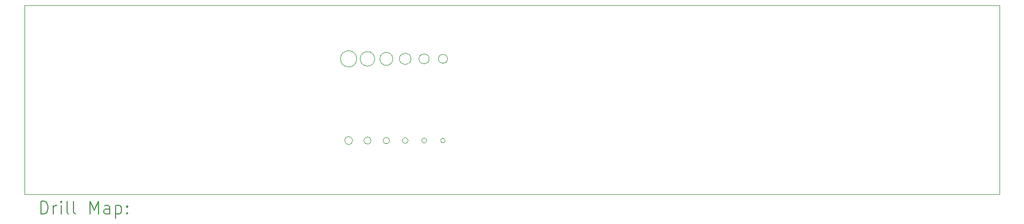
<source format=gbr>
%TF.GenerationSoftware,KiCad,Pcbnew,8.0.2*%
%TF.CreationDate,2024-06-03T00:30:22+01:00*%
%TF.ProjectId,Ruler_V2_KiCad,52756c65-725f-4563-925f-4b694361642e,rev?*%
%TF.SameCoordinates,Original*%
%TF.FileFunction,Drillmap*%
%TF.FilePolarity,Positive*%
%FSLAX45Y45*%
G04 Gerber Fmt 4.5, Leading zero omitted, Abs format (unit mm)*
G04 Created by KiCad (PCBNEW 8.0.2) date 2024-06-03 00:30:22*
%MOMM*%
%LPD*%
G01*
G04 APERTURE LIST*
%ADD10C,0.100000*%
%ADD11C,0.200000*%
G04 APERTURE END LIST*
D10*
X12714550Y-10650000D02*
G75*
G02*
X12585450Y-10650000I-64550J0D01*
G01*
X12585450Y-10650000D02*
G75*
G02*
X12714550Y-10650000I64550J0D01*
G01*
X14186150Y-10650000D02*
G75*
G02*
X14113850Y-10650000I-36150J0D01*
G01*
X14113850Y-10650000D02*
G75*
G02*
X14186150Y-10650000I36150J0D01*
G01*
X13641400Y-9350000D02*
G75*
G02*
X13458600Y-9350000I-91400J0D01*
G01*
X13458600Y-9350000D02*
G75*
G02*
X13641400Y-9350000I91400J0D01*
G01*
X14222500Y-9350000D02*
G75*
G02*
X14077500Y-9350000I-72500J0D01*
G01*
X14077500Y-9350000D02*
G75*
G02*
X14222500Y-9350000I72500J0D01*
G01*
X12779400Y-9350000D02*
G75*
G02*
X12520600Y-9350000I-129400J0D01*
G01*
X12520600Y-9350000D02*
G75*
G02*
X12779400Y-9350000I129400J0D01*
G01*
X7500000Y-8500000D02*
X23000000Y-8500000D01*
X23000000Y-11500000D01*
X7500000Y-11500000D01*
X7500000Y-8500000D01*
X13065250Y-9350000D02*
G75*
G02*
X12834750Y-9350000I-115250J0D01*
G01*
X12834750Y-9350000D02*
G75*
G02*
X13065250Y-9350000I115250J0D01*
G01*
X13890600Y-10650000D02*
G75*
G02*
X13809400Y-10650000I-40600J0D01*
G01*
X13809400Y-10650000D02*
G75*
G02*
X13890600Y-10650000I40600J0D01*
G01*
X13595600Y-10650000D02*
G75*
G02*
X13504400Y-10650000I-45600J0D01*
G01*
X13504400Y-10650000D02*
G75*
G02*
X13595600Y-10650000I45600J0D01*
G01*
X13007500Y-10650000D02*
G75*
G02*
X12892500Y-10650000I-57500J0D01*
G01*
X12892500Y-10650000D02*
G75*
G02*
X13007500Y-10650000I57500J0D01*
G01*
X13352650Y-9350000D02*
G75*
G02*
X13147350Y-9350000I-102650J0D01*
G01*
X13147350Y-9350000D02*
G75*
G02*
X13352650Y-9350000I102650J0D01*
G01*
X13931400Y-9350000D02*
G75*
G02*
X13768600Y-9350000I-81400J0D01*
G01*
X13768600Y-9350000D02*
G75*
G02*
X13931400Y-9350000I81400J0D01*
G01*
X13301200Y-10650000D02*
G75*
G02*
X13198800Y-10650000I-51200J0D01*
G01*
X13198800Y-10650000D02*
G75*
G02*
X13301200Y-10650000I51200J0D01*
G01*
D11*
X7755777Y-11816484D02*
X7755777Y-11616484D01*
X7755777Y-11616484D02*
X7803396Y-11616484D01*
X7803396Y-11616484D02*
X7831967Y-11626008D01*
X7831967Y-11626008D02*
X7851015Y-11645055D01*
X7851015Y-11645055D02*
X7860539Y-11664103D01*
X7860539Y-11664103D02*
X7870062Y-11702198D01*
X7870062Y-11702198D02*
X7870062Y-11730769D01*
X7870062Y-11730769D02*
X7860539Y-11768865D01*
X7860539Y-11768865D02*
X7851015Y-11787912D01*
X7851015Y-11787912D02*
X7831967Y-11806960D01*
X7831967Y-11806960D02*
X7803396Y-11816484D01*
X7803396Y-11816484D02*
X7755777Y-11816484D01*
X7955777Y-11816484D02*
X7955777Y-11683150D01*
X7955777Y-11721246D02*
X7965301Y-11702198D01*
X7965301Y-11702198D02*
X7974824Y-11692674D01*
X7974824Y-11692674D02*
X7993872Y-11683150D01*
X7993872Y-11683150D02*
X8012920Y-11683150D01*
X8079586Y-11816484D02*
X8079586Y-11683150D01*
X8079586Y-11616484D02*
X8070062Y-11626008D01*
X8070062Y-11626008D02*
X8079586Y-11635531D01*
X8079586Y-11635531D02*
X8089110Y-11626008D01*
X8089110Y-11626008D02*
X8079586Y-11616484D01*
X8079586Y-11616484D02*
X8079586Y-11635531D01*
X8203396Y-11816484D02*
X8184348Y-11806960D01*
X8184348Y-11806960D02*
X8174824Y-11787912D01*
X8174824Y-11787912D02*
X8174824Y-11616484D01*
X8308158Y-11816484D02*
X8289110Y-11806960D01*
X8289110Y-11806960D02*
X8279586Y-11787912D01*
X8279586Y-11787912D02*
X8279586Y-11616484D01*
X8536729Y-11816484D02*
X8536729Y-11616484D01*
X8536729Y-11616484D02*
X8603396Y-11759341D01*
X8603396Y-11759341D02*
X8670063Y-11616484D01*
X8670063Y-11616484D02*
X8670063Y-11816484D01*
X8851015Y-11816484D02*
X8851015Y-11711722D01*
X8851015Y-11711722D02*
X8841491Y-11692674D01*
X8841491Y-11692674D02*
X8822444Y-11683150D01*
X8822444Y-11683150D02*
X8784348Y-11683150D01*
X8784348Y-11683150D02*
X8765301Y-11692674D01*
X8851015Y-11806960D02*
X8831967Y-11816484D01*
X8831967Y-11816484D02*
X8784348Y-11816484D01*
X8784348Y-11816484D02*
X8765301Y-11806960D01*
X8765301Y-11806960D02*
X8755777Y-11787912D01*
X8755777Y-11787912D02*
X8755777Y-11768865D01*
X8755777Y-11768865D02*
X8765301Y-11749817D01*
X8765301Y-11749817D02*
X8784348Y-11740293D01*
X8784348Y-11740293D02*
X8831967Y-11740293D01*
X8831967Y-11740293D02*
X8851015Y-11730769D01*
X8946253Y-11683150D02*
X8946253Y-11883150D01*
X8946253Y-11692674D02*
X8965301Y-11683150D01*
X8965301Y-11683150D02*
X9003396Y-11683150D01*
X9003396Y-11683150D02*
X9022444Y-11692674D01*
X9022444Y-11692674D02*
X9031967Y-11702198D01*
X9031967Y-11702198D02*
X9041491Y-11721246D01*
X9041491Y-11721246D02*
X9041491Y-11778388D01*
X9041491Y-11778388D02*
X9031967Y-11797436D01*
X9031967Y-11797436D02*
X9022444Y-11806960D01*
X9022444Y-11806960D02*
X9003396Y-11816484D01*
X9003396Y-11816484D02*
X8965301Y-11816484D01*
X8965301Y-11816484D02*
X8946253Y-11806960D01*
X9127205Y-11797436D02*
X9136729Y-11806960D01*
X9136729Y-11806960D02*
X9127205Y-11816484D01*
X9127205Y-11816484D02*
X9117682Y-11806960D01*
X9117682Y-11806960D02*
X9127205Y-11797436D01*
X9127205Y-11797436D02*
X9127205Y-11816484D01*
X9127205Y-11692674D02*
X9136729Y-11702198D01*
X9136729Y-11702198D02*
X9127205Y-11711722D01*
X9127205Y-11711722D02*
X9117682Y-11702198D01*
X9117682Y-11702198D02*
X9127205Y-11692674D01*
X9127205Y-11692674D02*
X9127205Y-11711722D01*
M02*

</source>
